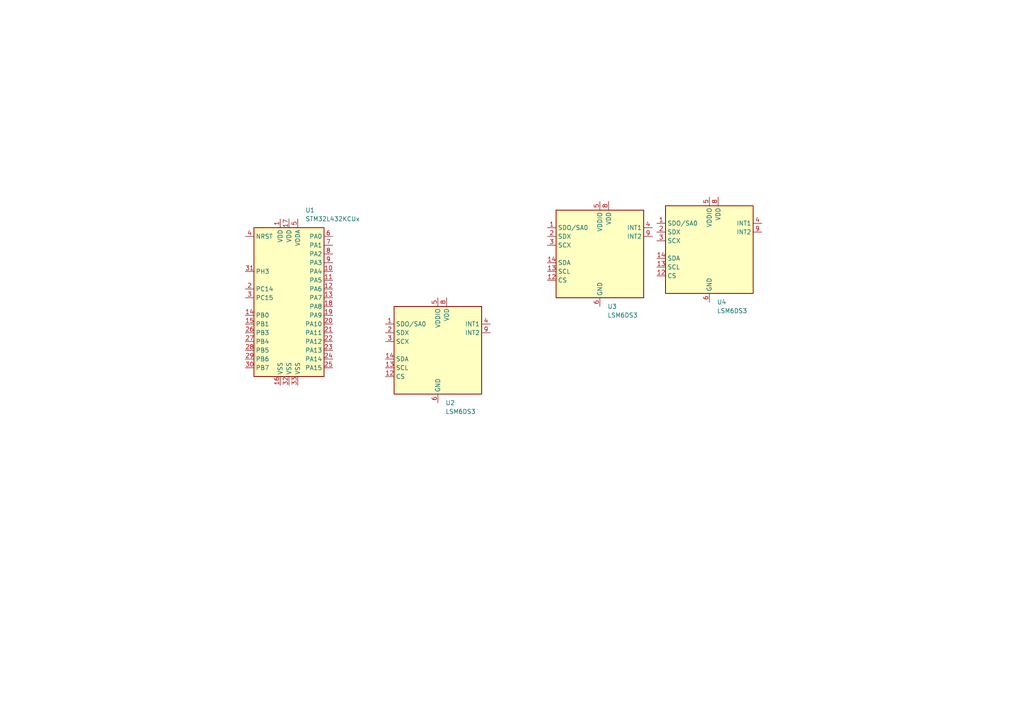
<source format=kicad_sch>
(kicad_sch (version 20231120) (generator "eeschema") (generator_version "8.0")
  (paper "A4")
  (lib_symbols
    (symbol "MCU_ST_STM32L42:STM32L432KCUx"
      (property "Reference" "U" (at -10.16 21.59 0))
      (property "Value" "STM32L432KCUx" (at 5.08 21.59 0))
      (symbol "STM32L432KCUx_0_1"
        (rectangle (start -10.16 -22.86) (end 10.16 20.32) (stroke (width 0.254)) (fill (type background)))
      )
      (symbol "STM32L432KCUx_1_1"
        (pin power_in line (at -2.54 22.86 270) (length 2.54) (name "VDD") (number "1"))
        (pin bidirectional line (at 12.7 7.62 180) (length 2.54) (name "PA4") (number "10"))
        (pin bidirectional line (at 12.7 5.08 180) (length 2.54) (name "PA5") (number "11"))
        (pin bidirectional line (at 12.7 2.54 180) (length 2.54) (name "PA6") (number "12"))
        (pin bidirectional line (at 12.7 0 180) (length 2.54) (name "PA7") (number "13"))
        (pin bidirectional line (at -12.7 -5.08 0) (length 2.54) (name "PB0") (number "14"))
        (pin bidirectional line (at -12.7 -7.62 0) (length 2.54) (name "PB1") (number "15"))
        (pin power_in line (at -2.54 -25.4 90) (length 2.54) (name "VSS") (number "16"))
        (pin power_in line (at 0 22.86 270) (length 2.54) (name "VDD") (number "17"))
        (pin bidirectional line (at 12.7 -2.54 180) (length 2.54) (name "PA8") (number "18"))
        (pin bidirectional line (at 12.7 -5.08 180) (length 2.54) (name "PA9") (number "19"))
        (pin bidirectional line (at -12.7 2.54 0) (length 2.54) (name "PC14") (number "2"))
        (pin bidirectional line (at 12.7 -7.62 180) (length 2.54) (name "PA10") (number "20"))
        (pin bidirectional line (at 12.7 -10.16 180) (length 2.54) (name "PA11") (number "21"))
        (pin bidirectional line (at 12.7 -12.7 180) (length 2.54) (name "PA12") (number "22"))
        (pin bidirectional line (at 12.7 -15.24 180) (length 2.54) (name "PA13") (number "23"))
        (pin bidirectional line (at 12.7 -17.78 180) (length 2.54) (name "PA14") (number "24"))
        (pin bidirectional line (at 12.7 -20.32 180) (length 2.54) (name "PA15") (number "25"))
        (pin bidirectional line (at -12.7 -10.16 0) (length 2.54) (name "PB3") (number "26"))
        (pin bidirectional line (at -12.7 -12.7 0) (length 2.54) (name "PB4") (number "27"))
        (pin bidirectional line (at -12.7 -15.24 0) (length 2.54) (name "PB5") (number "28"))
        (pin bidirectional line (at -12.7 -17.78 0) (length 2.54) (name "PB6") (number "29"))
        (pin bidirectional line (at -12.7 0 0) (length 2.54) (name "PC15") (number "3"))
        (pin bidirectional line (at -12.7 -20.32 0) (length 2.54) (name "PB7") (number "30"))
        (pin bidirectional line (at -12.7 7.62 0) (length 2.54) (name "PH3") (number "31"))
        (pin power_in line (at 0 -25.4 90) (length 2.54) (name "VSS") (number "32"))
        (pin power_in line (at 2.54 -25.4 90) (length 2.54) (name "VSS") (number "33"))
        (pin input line (at -12.7 17.78 0) (length 2.54) (name "NRST") (number "4"))
        (pin power_in line (at 2.54 22.86 270) (length 2.54) (name "VDDA") (number "5"))
        (pin bidirectional line (at 12.7 17.78 180) (length 2.54) (name "PA0") (number "6"))
        (pin bidirectional line (at 12.7 15.24 180) (length 2.54) (name "PA1") (number "7"))
        (pin bidirectional line (at 12.7 12.7 180) (length 2.54) (name "PA2") (number "8"))
        (pin bidirectional line (at 12.7 10.16 180) (length 2.54) (name "PA3") (number "9"))
      )
    )
    (symbol "Sensor_Motion:LSM6DS3"
      (property "Reference" "U" (at -11.43 15.24 0))
      (property "Value" "LSM6DS3" (at -11.43 12.7 0))
      (symbol "LSM6DS3_0_1"
        (rectangle (start -12.7 12.7) (end 12.7 -12.7) (stroke (width 0.254)) (fill (type background)))
      )
      (symbol "LSM6DS3_1_1"
        (pin bidirectional line (at -15.24 7.62 0) (length 2.54) (name "SDO/SA0") (number "1"))
        (pin no_connect line (at 12.7 -5.08 180) (length 3.81) hide (name "NC") (number "10"))
        (pin no_connect line (at 12.7 -2.54 180) (length 3.81) hide (name "NC") (number "11"))
        (pin input line (at -15.24 -7.62 0) (length 2.54) (name "CS") (number "12"))
        (pin input line (at -15.24 -5.08 0) (length 2.54) (name "SCL") (number "13"))
        (pin bidirectional line (at -15.24 -2.54 0) (length 2.54) (name "SDA") (number "14"))
        (pin bidirectional line (at -15.24 5.08 0) (length 2.54) (name "SDX") (number "2"))
        (pin input line (at -15.24 2.54 0) (length 2.54) (name "SCX") (number "3"))
        (pin output line (at 15.24 7.62 180) (length 2.54) (name "INT1") (number "4"))
        (pin power_in line (at 0 15.24 270) (length 2.54) (name "VDDIO") (number "5"))
        (pin power_in line (at 0 -15.24 90) (length 2.54) (name "GND") (number "6"))
        (pin passive line (at 0 -15.24 90) (length 2.54) hide (name "GND") (number "7"))
        (pin power_in line (at 2.54 15.24 270) (length 2.54) (name "VDD") (number "8"))
        (pin output line (at 15.24 5.08 180) (length 2.54) (name "INT2") (number "9"))
      )
    )
  )
  (symbol (lib_id "Sensor_Motion:LSM6DS3") (at 205.74 72.39 0) (unit 1)
    (property "Reference" "U4" (at 207.9341 87.63 0) (effects (justify left)))
    (property "Value" "LSM6DS3" (at 207.9341 90.17 0) (effects (justify left)))
    (property "Footprint" "Package_LGA:LGA-14_3x2.5mm_P0.5mm_LayoutBorder3x4y" (effects (hide yes)))
    (property "Datasheet" "https://www.st.com/resource/en/datasheet/lsm6ds3tr-c.pdf" (effects (hide yes)))
    (property "Description" "I2C/SPI, iNEMO inertial module: always-on 3D accelerometer and 3D gyroscope" (effects (hide yes)))
  )
  (symbol (lib_id "Sensor_Motion:LSM6DS3") (at 127 101.6 0) (unit 1)
    (property "Reference" "U2" (at 129.1941 116.84 0) (effects (justify left)))
    (property "Value" "LSM6DS3" (at 129.1941 119.38 0) (effects (justify left)))
    (property "Footprint" "Package_LGA:LGA-14_3x2.5mm_P0.5mm_LayoutBorder3x4y" (effects (hide yes)))
    (property "Datasheet" "https://www.st.com/resource/en/datasheet/lsm6ds3tr-c.pdf" (effects (hide yes)))
    (property "Description" "I2C/SPI, iNEMO inertial module: always-on 3D accelerometer and 3D gyroscope" (effects (hide yes)))
  )
  (symbol (lib_id "Sensor_Motion:LSM6DS3") (at 173.99 73.66 0) (unit 1)
    (property "Reference" "U3" (at 176.1841 88.9 0) (effects (justify left)))
    (property "Value" "LSM6DS3" (at 176.1841 91.44 0) (effects (justify left)))
    (property "Footprint" "Package_LGA:LGA-14_3x2.5mm_P0.5mm_LayoutBorder3x4y" (effects (hide yes)))
    (property "Datasheet" "https://www.st.com/resource/en/datasheet/lsm6ds3tr-c.pdf" (effects (hide yes)))
    (property "Description" "I2C/SPI, iNEMO inertial module: always-on 3D accelerometer and 3D gyroscope" (effects (hide yes)))
  )
  (symbol (lib_id "MCU_ST_STM32L42:STM32L432KCUx") (at 83.82 86.36 0) (unit 1)
    (property "Reference" "U1" (at 88.5541 60.96 0) (effects (justify left)))
    (property "Value" "STM32L432KCUx" (at 88.5541 63.5 0) (effects (justify left)))
    (property "Footprint" "Package_DFN_QFN:QFN-32-1EP_5x5mm_P0.5mm_EP3.45x3.45mm" (effects (hide yes)))
    (property "Datasheet" "http://www.st.com/st-web-ui/static/active/en/resource/technical/document/datasheet/DM00257205.pdf" (effects (hide yes)))
    (property "Description" "ARM Cortex-M4 MCU, 256KB flash, 64KB RAM, 80MHz, 1.71-3.6V, 26 GPIO, UFQFPN-32" (effects (hide yes)))
  )
)
</source>
